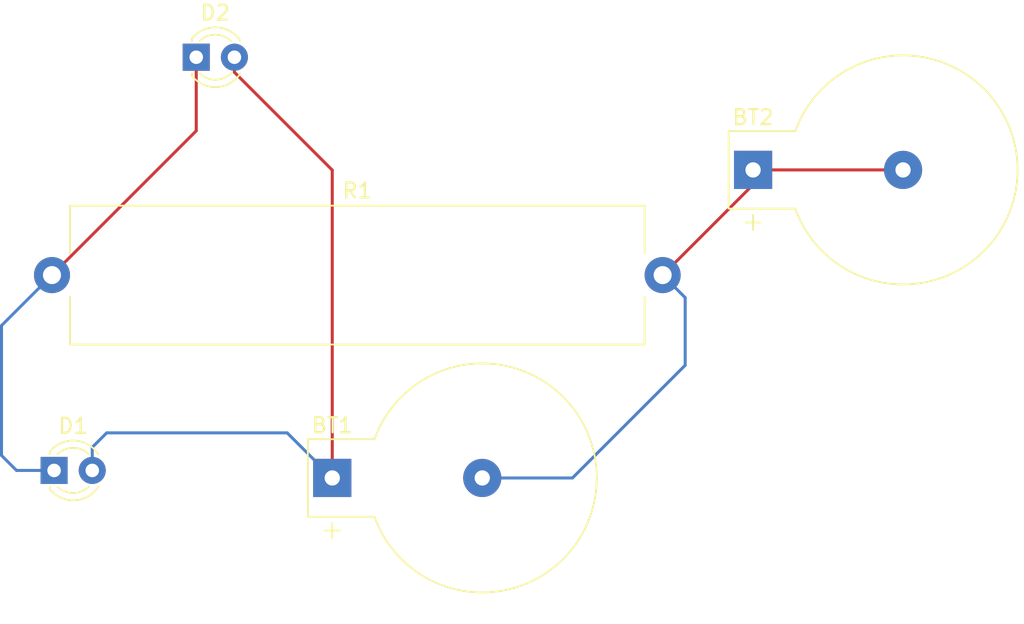
<source format=kicad_pcb>
(kicad_pcb (version 20241229) (generator "pcbnew") (generator_version "9.0")
  (layers (0 "F.Cu" signal) (2 "B.Cu" signal) (13 "F.Paste" user) (15 "B.Paste" user) (5 "F.SilkS" user "F.Silkscreen") (7 "B.SilkS" user "B.Silkscreen") (1 "F.Mask" user) (3 "B.Mask" user) (25 "Edge.Cuts" user))
  (net 0 "")
  (net 1 "Net-(BT1--)")
  (net 2 "Net-(BT1-+)")
  (net 3 "Net-(D1-K)")
  (footprint "Resistor_THT:R_Axial_Power_L38.0mm_W9.0mm_P40.64mm" (layer "F.Cu") (at 103.86 89)
    (property "Reference" "R1" (at 20.32 -5.62 0) (layer "F.SilkS"))
    (property "Value" "R")
    (fp_line (start 1.2 -4.62) (end 39.44 -4.62) (stroke (width 0.12)) (layer "F.SilkS"))
    (fp_line (start 1.2 -1.44) (end 1.2 -4.62) (stroke (width 0.12)) (layer "F.SilkS"))
    (fp_line (start 1.2 1.44) (end 1.2 4.62) (stroke (width 0.12)) (layer "F.SilkS"))
    (fp_line (start 1.2 4.62) (end 39.44 4.62) (stroke (width 0.12)) (layer "F.SilkS"))
    (fp_line (start 39.44 -4.62) (end 39.44 -1.44) (stroke (width 0.12)) (layer "F.SilkS"))
    (fp_line (start 39.44 4.62) (end 39.44 1.44) (stroke (width 0.12)) (layer "F.SilkS"))
    (pad "1" thru_hole circle (at 0 0) (size 2.4 2.4) (drill 1.2) (layers "*.Cu" "*.Mask") (net 3 "Net-(D1-K)"))
    (pad "2" thru_hole oval (at 40.64 0) (size 2.4 2.4) (drill 1.2) (layers "*.Cu" "*.Mask") (net 1 "Net-(BT1--)"))
  )
  (footprint "LED_THT:LED_D3.0mm" (layer "F.Cu") (at 104 102)
    (property "Reference" "D1" (at 1.27 -2.96 0) (layer "F.SilkS"))
    (property "Value" "LED")
    (fp_line (start -0.29 -1.236) (end -0.29 -1.08) (stroke (width 0.12)) (layer "F.SilkS"))
    (fp_line (start -0.29 1.08) (end -0.29 1.236) (stroke (width 0.12)) (layer "F.SilkS"))
    (fp_arc (start -0.29 -1.235516) (mid 1.365624 -1.987701) (end 2.941397 -1.080061) (stroke (width 0.12)) (layer "F.SilkS"))
    (fp_arc (start 0.229039 -1.08) (mid 1.269964 -1.5) (end 2.31091 -1.080049) (stroke (width 0.12)) (layer "F.SilkS"))
    (fp_arc (start 2.31091 1.080049) (mid 1.269964 1.5) (end 0.229039 1.08) (stroke (width 0.12)) (layer "F.SilkS"))
    (fp_arc (start 2.941397 1.080061) (mid 1.365624 1.987701) (end -0.29 1.235516) (stroke (width 0.12)) (layer "F.SilkS"))
    (pad "1" thru_hole rect (at 0 0) (size 1.8 1.8) (drill 0.9) (layers "*.Cu" "*.Mask") (net 3 "Net-(D1-K)"))
    (pad "2" thru_hole circle (at 2.54 0) (size 1.8 1.8) (drill 0.9) (layers "*.Cu" "*.Mask") (net 2 "Net-(BT1-+)"))
  )
  (footprint "LED_THT:LED_D3.0mm" (layer "F.Cu") (at 113.46 74.5)
    (property "Reference" "D2" (at 1.27 -2.96 0) (layer "F.SilkS"))
    (property "Value" "LED")
    (fp_line (start -0.29 -1.236) (end -0.29 -1.08) (stroke (width 0.12)) (layer "F.SilkS"))
    (fp_line (start -0.29 1.08) (end -0.29 1.236) (stroke (width 0.12)) (layer "F.SilkS"))
    (fp_arc (start -0.29 -1.235516) (mid 1.365624 -1.987701) (end 2.941397 -1.080061) (stroke (width 0.12)) (layer "F.SilkS"))
    (fp_arc (start 0.229039 -1.08) (mid 1.269964 -1.5) (end 2.31091 -1.080049) (stroke (width 0.12)) (layer "F.SilkS"))
    (fp_arc (start 2.31091 1.080049) (mid 1.269964 1.5) (end 0.229039 1.08) (stroke (width 0.12)) (layer "F.SilkS"))
    (fp_arc (start 2.941397 1.080061) (mid 1.365624 1.987701) (end -0.29 1.235516) (stroke (width 0.12)) (layer "F.SilkS"))
    (pad "1" thru_hole rect (at 0 0) (size 1.8 1.8) (drill 0.9) (layers "*.Cu" "*.Mask") (net 3 "Net-(D1-K)"))
    (pad "2" thru_hole circle (at 2.54 0) (size 1.8 1.8) (drill 0.9) (layers "*.Cu" "*.Mask") (net 2 "Net-(BT1-+)"))
  )
  (footprint "Battery:BatteryHolder_Keystone_500" (layer "F.Cu") (at 150.5178 82)
    (property "Reference" "BT2" (at 0 -3.5 0) (layer "F.SilkS"))
    (property "Value" "Battery")
    (fp_line (start -1.6256 -2.5781) (end -1.6256 2.5781) (stroke (width 0.12)) (layer "F.SilkS"))
    (fp_line (start -1.6256 -2.5781) (end 2.81 -2.5781) (stroke (width 0.12)) (layer "F.SilkS"))
    (fp_line (start -1.6256 2.5781) (end 2.81 2.5781) (stroke (width 0.12)) (layer "F.SilkS"))
    (fp_line (start 0 3) (end 0 4) (stroke (width 0.12)) (layer "F.SilkS"))
    (fp_line (start 0.5 3.5) (end -0.5 3.5) (stroke (width 0.12)) (layer "F.SilkS"))
    (fp_arc (start 2.81 -2.5781) (mid 17.603686 0) (end 2.81 2.5781) (stroke (width 0.12)) (layer "F.SilkS"))
    (pad "1" thru_hole rect (at 0 0) (size 2.54 2.54) (drill 1.016) (layers "*.Cu" "*.Mask") (net 1 "Net-(BT1--)"))
    (pad "2" thru_hole circle (at 9.9822 0) (size 2.54 2.54) (drill 1.016) (layers "*.Cu" "*.Mask") (net 1 "Net-(BT1--)"))
  )
  (footprint "Battery:BatteryHolder_Keystone_500" (layer "F.Cu") (at 122.512182 102.5)
    (property "Reference" "BT1" (at 0 -3.5 0) (layer "F.SilkS"))
    (property "Value" "Battery")
    (fp_line (start -1.6256 -2.5781) (end -1.6256 2.5781) (stroke (width 0.12)) (layer "F.SilkS"))
    (fp_line (start -1.6256 -2.5781) (end 2.81 -2.5781) (stroke (width 0.12)) (layer "F.SilkS"))
    (fp_line (start -1.6256 2.5781) (end 2.81 2.5781) (stroke (width 0.12)) (layer "F.SilkS"))
    (fp_line (start 0 3) (end 0 4) (stroke (width 0.12)) (layer "F.SilkS"))
    (fp_line (start 0.5 3.5) (end -0.5 3.5) (stroke (width 0.12)) (layer "F.SilkS"))
    (fp_arc (start 2.81 -2.5781) (mid 17.603686 0) (end 2.81 2.5781) (stroke (width 0.12)) (layer "F.SilkS"))
    (pad "1" thru_hole rect (at 0 0) (size 2.54 2.54) (drill 1.016) (layers "*.Cu" "*.Mask") (net 2 "Net-(BT1-+)"))
    (pad "2" thru_hole circle (at 9.9822 0) (size 2.54 2.54) (drill 1.016) (layers "*.Cu" "*.Mask") (net 1 "Net-(BT1--)"))
  )
  (segment (start 144.5 89) (end 150.5178 82.9822) (width 0.2) (layer "F.Cu") (net 1))
  (segment (start 160.5 82) (end 150.5178 82) (width 0.2) (layer "F.Cu") (net 1))
  (segment (start 150.5178 82.9822) (end 150.5178 82) (width 0.2) (layer "F.Cu") (net 1))
  (segment (start 146 90.5) (end 144.5 89) (width 0.2) (layer "B.Cu") (net 1))
  (segment (start 146 95) (end 146 90.5) (width 0.2) (layer "B.Cu") (net 1))
  (segment (start 132.494382 102.5) (end 138.5 102.5) (width 0.2) (layer "B.Cu") (net 1))
  (segment (start 138.5 102.5) (end 146 95) (width 0.2) (layer "B.Cu") (net 1))
  (segment (start 122.512182 82.012182) (end 122.512182 102.5) (width 0.2) (layer "F.Cu") (net 2))
  (segment (start 116 75.5) (end 122.512182 82.012182) (width 0.2) (layer "F.Cu") (net 2))
  (segment (start 116 74.5) (end 116 75.5) (width 0.2) (layer "F.Cu") (net 2))
  (segment (start 106.54 102) (end 106.54 100.46) (width 0.2) (layer "B.Cu") (net 2))
  (segment (start 107.5 99.5) (end 119.512182 99.5) (width 0.2) (layer "B.Cu") (net 2))
  (segment (start 106.54 100.46) (end 107.5 99.5) (width 0.2) (layer "B.Cu") (net 2))
  (segment (start 119.512182 99.5) (end 122.512182 102.5) (width 0.2) (layer "B.Cu") (net 2))
  (segment (start 113.46 74.5) (end 113.46 79.4) (width 0.2) (layer "F.Cu") (net 3))
  (segment (start 113.46 79.4) (end 103.86 89) (width 0.2) (layer "F.Cu") (net 3))
  (segment (start 100.5 92.36) (end 100.5 101) (width 0.2) (layer "B.Cu") (net 3))
  (segment (start 103.86 89) (end 100.5 92.36) (width 0.2) (layer "B.Cu") (net 3))
  (segment (start 101.5 102) (end 104 102) (width 0.2) (layer "B.Cu") (net 3))
  (segment (start 100.5 101) (end 101.5 102) (width 0.2) (layer "B.Cu") (net 3))
)
</source>
